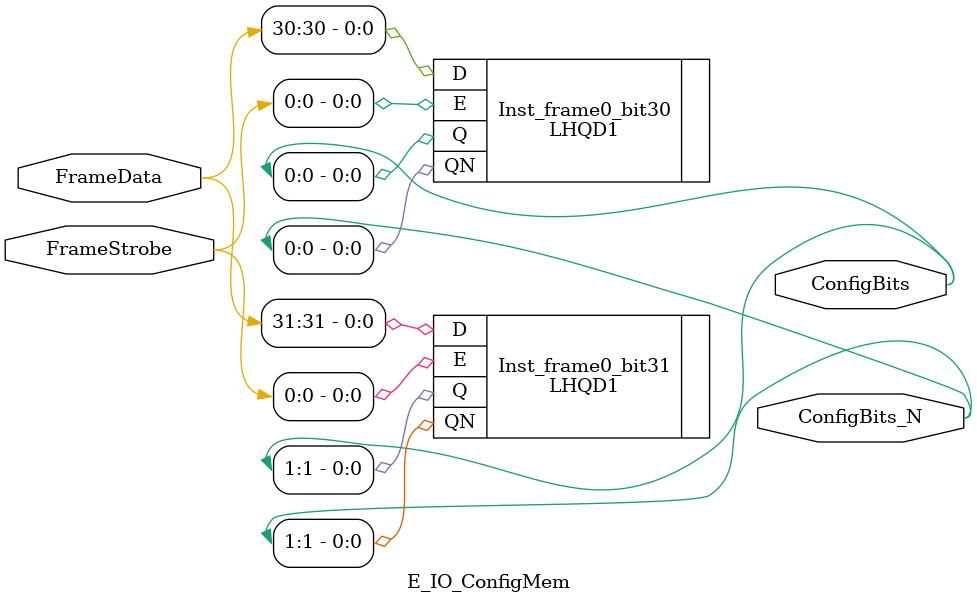
<source format=v>
module E_IO_ConfigMem #(
    parameter MaxFramesPerCol = 32,
    parameter FrameBitsPerRow = 32,
    parameter NoConfigBits = 2
)(
    input [FrameBitsPerRow - 1:0] FrameData,
    input [MaxFramesPerCol - 1:0] FrameStrobe,
    output [NoConfigBits - 1:0] ConfigBits,
    output [NoConfigBits - 1:0] ConfigBits_N
);

// instantiate frame latches
LHQD1 #() Inst_frame0_bit31 (
    .D(FrameData[31]),
    .E(FrameStrobe[0]),
    .Q(ConfigBits[1]),
    .QN(ConfigBits_N[1])
);

LHQD1 #() Inst_frame0_bit30 (
    .D(FrameData[30]),
    .E(FrameStrobe[0]),
    .Q(ConfigBits[0]),
    .QN(ConfigBits_N[0])
);

endmodule

</source>
